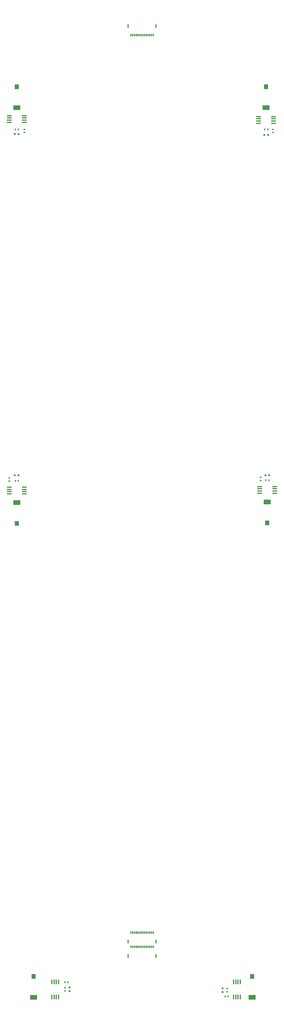
<source format=gbr>
G04 #@! TF.FileFunction,Paste,Top*
%FSLAX46Y46*%
G04 Gerber Fmt 4.6, Leading zero omitted, Abs format (unit mm)*
G04 Created by KiCad (PCBNEW 4.0.7-e2-6376~58~ubuntu16.04.1) date Thu Mar 22 00:19:50 2018*
%MOMM*%
%LPD*%
G01*
G04 APERTURE LIST*
%ADD10C,0.100000*%
%ADD11R,0.300000X0.700000*%
%ADD12R,0.300000X1.000000*%
%ADD13R,1.200000X1.400000*%
%ADD14R,2.000000X1.400000*%
%ADD15R,0.400000X0.600000*%
%ADD16R,0.600000X0.400000*%
%ADD17R,0.500000X0.600000*%
%ADD18R,0.600000X0.500000*%
%ADD19R,1.450000X0.450000*%
%ADD20R,0.450000X1.450000*%
G04 APERTURE END LIST*
D10*
D11*
X159750000Y-312010000D03*
X159250000Y-312010000D03*
X158750000Y-312010000D03*
X158250000Y-312010000D03*
X157750000Y-312010000D03*
X157250000Y-312010000D03*
X156750000Y-312010000D03*
X163250000Y-312010000D03*
X161750000Y-312010000D03*
X162250000Y-312010000D03*
X162750000Y-312010000D03*
X161250000Y-312010000D03*
X160750000Y-312010000D03*
X160250000Y-312010000D03*
D12*
X155960000Y-314660000D03*
X164040000Y-314660000D03*
D13*
X196250000Y-65200000D03*
D14*
X196250000Y-71300000D03*
D13*
X128300000Y-324750000D03*
D14*
X128300000Y-330850000D03*
D15*
X185150000Y-330600000D03*
X184250000Y-330600000D03*
D16*
X184900000Y-329250000D03*
X184900000Y-328350000D03*
X194600000Y-180050000D03*
X194600000Y-179150000D03*
D15*
X196150000Y-180000000D03*
X197050000Y-180000000D03*
D16*
X198250000Y-77600000D03*
X198250000Y-78500000D03*
D15*
X196700000Y-77650000D03*
X195800000Y-77650000D03*
X137450000Y-326500000D03*
X138350000Y-326500000D03*
D16*
X137439998Y-328100000D03*
X137439998Y-329000000D03*
X121200000Y-180250000D03*
X121200000Y-179350000D03*
D15*
X122950000Y-180200000D03*
X123850000Y-180200000D03*
D16*
X125600000Y-77600000D03*
X125600000Y-78500000D03*
D15*
X123850000Y-77600000D03*
X122950000Y-77600000D03*
D17*
X183500000Y-329350000D03*
X183500000Y-328250000D03*
D18*
X196050000Y-178600000D03*
X197150000Y-178600000D03*
X196800000Y-79250000D03*
X195700000Y-79250000D03*
D17*
X138839998Y-328000000D03*
X138839998Y-329100000D03*
D18*
X122850000Y-178600000D03*
X123950000Y-178600000D03*
X123950000Y-79000000D03*
X122850000Y-79000000D03*
D13*
X192200000Y-324750000D03*
D14*
X192200000Y-330850000D03*
D13*
X196600000Y-192450000D03*
D14*
X196600000Y-186350000D03*
D13*
X123400000Y-65150000D03*
D14*
X123400000Y-71250000D03*
D11*
X160250000Y-50160000D03*
X160750000Y-50160000D03*
X161250000Y-50160000D03*
X161750000Y-50160000D03*
X162250000Y-50160000D03*
X162750000Y-50160000D03*
X163250000Y-50160000D03*
X156750000Y-50160000D03*
X158250000Y-50160000D03*
X157750000Y-50160000D03*
X157250000Y-50160000D03*
X158750000Y-50160000D03*
X159250000Y-50160000D03*
X159750000Y-50160000D03*
D12*
X164040000Y-47510000D03*
X155960000Y-47510000D03*
D13*
X123400000Y-192650000D03*
D14*
X123400000Y-186550000D03*
D11*
X159750000Y-316170000D03*
X159250000Y-316170000D03*
X158750000Y-316170000D03*
X158250000Y-316170000D03*
X157750000Y-316170000D03*
X157250000Y-316170000D03*
X156750000Y-316170000D03*
X163250000Y-316170000D03*
X161750000Y-316170000D03*
X162250000Y-316170000D03*
X162750000Y-316170000D03*
X161250000Y-316170000D03*
X160750000Y-316170000D03*
X160250000Y-316170000D03*
D12*
X155960000Y-318820000D03*
X164040000Y-318820000D03*
D19*
X198800000Y-183125000D03*
X198800000Y-183775000D03*
X198800000Y-182475000D03*
X198800000Y-181825000D03*
X194400000Y-183775000D03*
X194400000Y-183125000D03*
X194400000Y-182475000D03*
X194400000Y-181825000D03*
D20*
X134314998Y-330750000D03*
X133664998Y-330750000D03*
X134964998Y-330750000D03*
X135614998Y-330750000D03*
X133664998Y-326350000D03*
X134314998Y-326350000D03*
X134964998Y-326350000D03*
X135614998Y-326350000D03*
D19*
X121200000Y-74275000D03*
X121200000Y-73625000D03*
X121200000Y-74925000D03*
X121200000Y-75575000D03*
X125600000Y-73625000D03*
X125600000Y-74275000D03*
X125600000Y-74925000D03*
X125600000Y-75575000D03*
X125600000Y-183325000D03*
X125600000Y-183975000D03*
X125600000Y-182675000D03*
X125600000Y-182025000D03*
X121200000Y-183975000D03*
X121200000Y-183325000D03*
X121200000Y-182675000D03*
X121200000Y-182025000D03*
X194050000Y-74525000D03*
X194050000Y-73875000D03*
X194050000Y-75175000D03*
X194050000Y-75825000D03*
X198450000Y-73875000D03*
X198450000Y-74525000D03*
X198450000Y-75175000D03*
X198450000Y-75825000D03*
D20*
X188025000Y-326400000D03*
X188675000Y-326400000D03*
X187375000Y-326400000D03*
X186725000Y-326400000D03*
X188675000Y-330800000D03*
X188025000Y-330800000D03*
X187375000Y-330800000D03*
X186725000Y-330800000D03*
M02*

</source>
